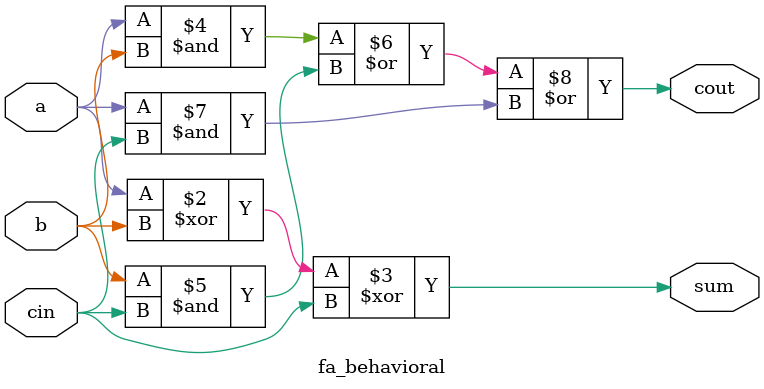
<source format=v>
module fa_behavioral (input a, input b, input cin,output reg sum,output reg cout);
  always @(*) begin
    sum  = a ^ b ^ cin;
    cout = (a & b) | (b & cin) | (a & cin);
  end
endmodule

</source>
